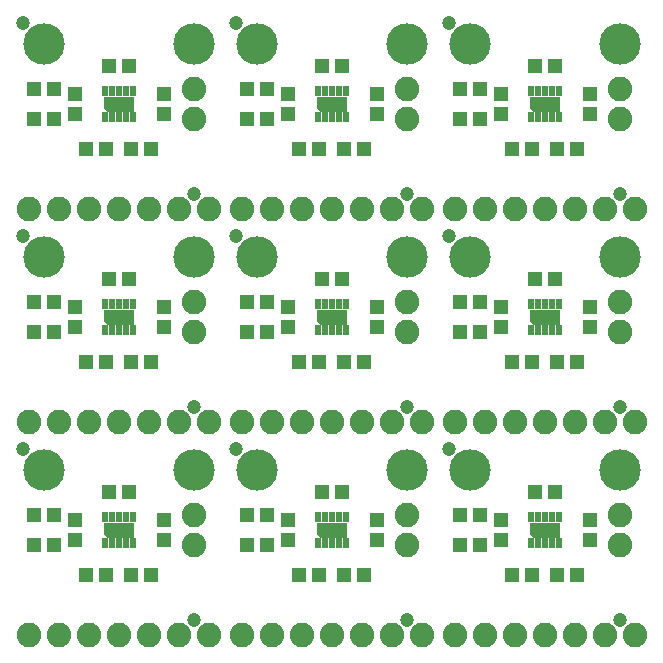
<source format=gts>
G75*
%MOIN*%
%OFA0B0*%
%FSLAX25Y25*%
%IPPOS*%
%LPD*%
%AMOC8*
5,1,8,0,0,1.08239X$1,22.5*
%
%ADD10C,0.08200*%
%ADD11R,0.05131X0.04737*%
%ADD12R,0.04737X0.05131*%
%ADD13C,0.13800*%
%ADD14C,0.04737*%
%ADD15R,0.02375X0.03556*%
%ADD16C,0.00197*%
D10*
X0007250Y0010060D03*
X0017250Y0010060D03*
X0027250Y0010060D03*
X0037250Y0010060D03*
X0047250Y0010060D03*
X0057250Y0010060D03*
X0067250Y0010060D03*
X0078250Y0010060D03*
X0088250Y0010060D03*
X0098250Y0010060D03*
X0108250Y0010060D03*
X0118250Y0010060D03*
X0128250Y0010060D03*
X0138250Y0010060D03*
X0149250Y0010060D03*
X0159250Y0010060D03*
X0169250Y0010060D03*
X0179250Y0010060D03*
X0189250Y0010060D03*
X0199250Y0010060D03*
X0209250Y0010060D03*
X0204250Y0040060D03*
X0204250Y0050060D03*
X0199250Y0081060D03*
X0189250Y0081060D03*
X0179250Y0081060D03*
X0169250Y0081060D03*
X0159250Y0081060D03*
X0149250Y0081060D03*
X0138250Y0081060D03*
X0128250Y0081060D03*
X0118250Y0081060D03*
X0108250Y0081060D03*
X0098250Y0081060D03*
X0088250Y0081060D03*
X0078250Y0081060D03*
X0067250Y0081060D03*
X0057250Y0081060D03*
X0047250Y0081060D03*
X0037250Y0081060D03*
X0027250Y0081060D03*
X0017250Y0081060D03*
X0007250Y0081060D03*
X0062250Y0111060D03*
X0062250Y0121060D03*
X0057250Y0152060D03*
X0067250Y0152060D03*
X0078250Y0152060D03*
X0088250Y0152060D03*
X0098250Y0152060D03*
X0108250Y0152060D03*
X0118250Y0152060D03*
X0128250Y0152060D03*
X0138250Y0152060D03*
X0149250Y0152060D03*
X0159250Y0152060D03*
X0169250Y0152060D03*
X0179250Y0152060D03*
X0189250Y0152060D03*
X0199250Y0152060D03*
X0209250Y0152060D03*
X0204250Y0182060D03*
X0204250Y0192060D03*
X0204250Y0121060D03*
X0204250Y0111060D03*
X0209250Y0081060D03*
X0133250Y0111060D03*
X0133250Y0121060D03*
X0133250Y0182060D03*
X0133250Y0192060D03*
X0062250Y0192060D03*
X0062250Y0182060D03*
X0047250Y0152060D03*
X0037250Y0152060D03*
X0027250Y0152060D03*
X0017250Y0152060D03*
X0007250Y0152060D03*
X0062250Y0050060D03*
X0062250Y0040060D03*
X0133250Y0040060D03*
X0133250Y0050060D03*
D11*
X0150904Y0050060D03*
X0157596Y0050060D03*
X0157596Y0040060D03*
X0150904Y0040060D03*
X0168404Y0030060D03*
X0175096Y0030060D03*
X0183404Y0030060D03*
X0190096Y0030060D03*
X0182596Y0057560D03*
X0175904Y0057560D03*
X0175096Y0101060D03*
X0168404Y0101060D03*
X0157596Y0111060D03*
X0150904Y0111060D03*
X0150904Y0121060D03*
X0157596Y0121060D03*
X0175904Y0128560D03*
X0182596Y0128560D03*
X0183404Y0101060D03*
X0190096Y0101060D03*
X0190096Y0172060D03*
X0183404Y0172060D03*
X0175096Y0172060D03*
X0168404Y0172060D03*
X0157596Y0182060D03*
X0150904Y0182060D03*
X0150904Y0192060D03*
X0157596Y0192060D03*
X0175904Y0199560D03*
X0182596Y0199560D03*
X0119096Y0172060D03*
X0112404Y0172060D03*
X0104096Y0172060D03*
X0097404Y0172060D03*
X0086596Y0182060D03*
X0079904Y0182060D03*
X0079904Y0192060D03*
X0086596Y0192060D03*
X0104904Y0199560D03*
X0111596Y0199560D03*
X0048096Y0172060D03*
X0041404Y0172060D03*
X0033096Y0172060D03*
X0026404Y0172060D03*
X0015596Y0182060D03*
X0008904Y0182060D03*
X0008904Y0192060D03*
X0015596Y0192060D03*
X0033904Y0199560D03*
X0040596Y0199560D03*
X0040596Y0128560D03*
X0033904Y0128560D03*
X0015596Y0121060D03*
X0008904Y0121060D03*
X0008904Y0111060D03*
X0015596Y0111060D03*
X0026404Y0101060D03*
X0033096Y0101060D03*
X0041404Y0101060D03*
X0048096Y0101060D03*
X0079904Y0111060D03*
X0086596Y0111060D03*
X0086596Y0121060D03*
X0079904Y0121060D03*
X0097404Y0101060D03*
X0104096Y0101060D03*
X0112404Y0101060D03*
X0119096Y0101060D03*
X0111596Y0128560D03*
X0104904Y0128560D03*
X0104904Y0057560D03*
X0111596Y0057560D03*
X0086596Y0050060D03*
X0079904Y0050060D03*
X0079904Y0040060D03*
X0086596Y0040060D03*
X0097404Y0030060D03*
X0104096Y0030060D03*
X0112404Y0030060D03*
X0119096Y0030060D03*
X0048096Y0030060D03*
X0041404Y0030060D03*
X0033096Y0030060D03*
X0026404Y0030060D03*
X0015596Y0040060D03*
X0008904Y0040060D03*
X0008904Y0050060D03*
X0015596Y0050060D03*
X0033904Y0057560D03*
X0040596Y0057560D03*
D12*
X0052250Y0048406D03*
X0052250Y0041714D03*
X0022750Y0041714D03*
X0022750Y0048406D03*
X0022750Y0112714D03*
X0022750Y0119406D03*
X0052250Y0119406D03*
X0052250Y0112714D03*
X0093750Y0112714D03*
X0093750Y0119406D03*
X0123250Y0119406D03*
X0123250Y0112714D03*
X0164750Y0112714D03*
X0164750Y0119406D03*
X0194250Y0119406D03*
X0194250Y0112714D03*
X0194250Y0048406D03*
X0194250Y0041714D03*
X0164750Y0041714D03*
X0164750Y0048406D03*
X0123250Y0048406D03*
X0123250Y0041714D03*
X0093750Y0041714D03*
X0093750Y0048406D03*
X0093750Y0183714D03*
X0093750Y0190406D03*
X0123250Y0190406D03*
X0123250Y0183714D03*
X0164750Y0183714D03*
X0164750Y0190406D03*
X0194250Y0190406D03*
X0194250Y0183714D03*
X0052250Y0183714D03*
X0052250Y0190406D03*
X0022750Y0190406D03*
X0022750Y0183714D03*
D13*
X0012250Y0207060D03*
X0062250Y0207060D03*
X0083250Y0207060D03*
X0133250Y0207060D03*
X0154250Y0207060D03*
X0204250Y0207060D03*
X0204250Y0136060D03*
X0154250Y0136060D03*
X0133250Y0136060D03*
X0083250Y0136060D03*
X0062250Y0136060D03*
X0012250Y0136060D03*
X0012250Y0065060D03*
X0062250Y0065060D03*
X0083250Y0065060D03*
X0133250Y0065060D03*
X0154250Y0065060D03*
X0204250Y0065060D03*
D14*
X0204250Y0086060D03*
X0147250Y0072060D03*
X0133250Y0086060D03*
X0147250Y0143060D03*
X0133250Y0157060D03*
X0147250Y0214060D03*
X0204250Y0157060D03*
X0076250Y0143060D03*
X0062250Y0157060D03*
X0076250Y0214060D03*
X0005250Y0214060D03*
X0005250Y0143060D03*
X0062250Y0086060D03*
X0076250Y0072060D03*
X0062250Y0015060D03*
X0005250Y0072060D03*
X0133250Y0015060D03*
X0204250Y0015060D03*
D15*
X0183974Y0040729D03*
X0181612Y0040729D03*
X0179250Y0040729D03*
X0176888Y0040729D03*
X0174526Y0040729D03*
X0174526Y0049391D03*
X0176888Y0049391D03*
X0179250Y0049391D03*
X0181612Y0049391D03*
X0183974Y0049391D03*
X0183974Y0111729D03*
X0181612Y0111729D03*
X0179250Y0111729D03*
X0176888Y0111729D03*
X0174526Y0111729D03*
X0174526Y0120391D03*
X0176888Y0120391D03*
X0179250Y0120391D03*
X0181612Y0120391D03*
X0183974Y0120391D03*
X0183974Y0182729D03*
X0181612Y0182729D03*
X0179250Y0182729D03*
X0176888Y0182729D03*
X0174526Y0182729D03*
X0174526Y0191391D03*
X0176888Y0191391D03*
X0179250Y0191391D03*
X0181612Y0191391D03*
X0183974Y0191391D03*
X0112974Y0191391D03*
X0110612Y0191391D03*
X0108250Y0191391D03*
X0105888Y0191391D03*
X0103526Y0191391D03*
X0103526Y0182729D03*
X0105888Y0182729D03*
X0108250Y0182729D03*
X0110612Y0182729D03*
X0112974Y0182729D03*
X0112974Y0120391D03*
X0110612Y0120391D03*
X0108250Y0120391D03*
X0105888Y0120391D03*
X0103526Y0120391D03*
X0103526Y0111729D03*
X0105888Y0111729D03*
X0108250Y0111729D03*
X0110612Y0111729D03*
X0112974Y0111729D03*
X0112974Y0049391D03*
X0110612Y0049391D03*
X0108250Y0049391D03*
X0105888Y0049391D03*
X0103526Y0049391D03*
X0103526Y0040729D03*
X0105888Y0040729D03*
X0108250Y0040729D03*
X0110612Y0040729D03*
X0112974Y0040729D03*
X0041974Y0040729D03*
X0039612Y0040729D03*
X0037250Y0040729D03*
X0034888Y0040729D03*
X0032526Y0040729D03*
X0032526Y0049391D03*
X0034888Y0049391D03*
X0037250Y0049391D03*
X0039612Y0049391D03*
X0041974Y0049391D03*
X0041974Y0111729D03*
X0039612Y0111729D03*
X0037250Y0111729D03*
X0034888Y0111729D03*
X0032526Y0111729D03*
X0032526Y0120391D03*
X0034888Y0120391D03*
X0037250Y0120391D03*
X0039612Y0120391D03*
X0041974Y0120391D03*
X0041974Y0182729D03*
X0039612Y0182729D03*
X0037250Y0182729D03*
X0034888Y0182729D03*
X0032526Y0182729D03*
X0032526Y0191391D03*
X0034888Y0191391D03*
X0037250Y0191391D03*
X0039612Y0191391D03*
X0041974Y0191391D03*
D16*
X0042073Y0189521D02*
X0042073Y0184599D01*
X0033510Y0184599D01*
X0032427Y0185682D01*
X0032427Y0189521D01*
X0042073Y0189521D01*
X0042073Y0189481D02*
X0032427Y0189481D01*
X0032427Y0189286D02*
X0042073Y0189286D01*
X0042073Y0189091D02*
X0032427Y0189091D01*
X0032427Y0188895D02*
X0042073Y0188895D01*
X0042073Y0188700D02*
X0032427Y0188700D01*
X0032427Y0188505D02*
X0042073Y0188505D01*
X0042073Y0188309D02*
X0032427Y0188309D01*
X0032427Y0188114D02*
X0042073Y0188114D01*
X0042073Y0187919D02*
X0032427Y0187919D01*
X0032427Y0187723D02*
X0042073Y0187723D01*
X0042073Y0187528D02*
X0032427Y0187528D01*
X0032427Y0187332D02*
X0042073Y0187332D01*
X0042073Y0187137D02*
X0032427Y0187137D01*
X0032427Y0186942D02*
X0042073Y0186942D01*
X0042073Y0186746D02*
X0032427Y0186746D01*
X0032427Y0186551D02*
X0042073Y0186551D01*
X0042073Y0186356D02*
X0032427Y0186356D01*
X0032427Y0186160D02*
X0042073Y0186160D01*
X0042073Y0185965D02*
X0032427Y0185965D01*
X0032427Y0185770D02*
X0042073Y0185770D01*
X0042073Y0185574D02*
X0032535Y0185574D01*
X0032730Y0185379D02*
X0042073Y0185379D01*
X0042073Y0185183D02*
X0032926Y0185183D01*
X0033121Y0184988D02*
X0042073Y0184988D01*
X0042073Y0184793D02*
X0033316Y0184793D01*
X0032427Y0118521D02*
X0042073Y0118521D01*
X0042073Y0113599D01*
X0033510Y0113599D01*
X0032427Y0114682D01*
X0032427Y0118521D01*
X0032427Y0118370D02*
X0042073Y0118370D01*
X0042073Y0118174D02*
X0032427Y0118174D01*
X0032427Y0117979D02*
X0042073Y0117979D01*
X0042073Y0117784D02*
X0032427Y0117784D01*
X0032427Y0117588D02*
X0042073Y0117588D01*
X0042073Y0117393D02*
X0032427Y0117393D01*
X0032427Y0117198D02*
X0042073Y0117198D01*
X0042073Y0117002D02*
X0032427Y0117002D01*
X0032427Y0116807D02*
X0042073Y0116807D01*
X0042073Y0116612D02*
X0032427Y0116612D01*
X0032427Y0116416D02*
X0042073Y0116416D01*
X0042073Y0116221D02*
X0032427Y0116221D01*
X0032427Y0116025D02*
X0042073Y0116025D01*
X0042073Y0115830D02*
X0032427Y0115830D01*
X0032427Y0115635D02*
X0042073Y0115635D01*
X0042073Y0115439D02*
X0032427Y0115439D01*
X0032427Y0115244D02*
X0042073Y0115244D01*
X0042073Y0115049D02*
X0032427Y0115049D01*
X0032427Y0114853D02*
X0042073Y0114853D01*
X0042073Y0114658D02*
X0032451Y0114658D01*
X0032647Y0114463D02*
X0042073Y0114463D01*
X0042073Y0114267D02*
X0032842Y0114267D01*
X0033037Y0114072D02*
X0042073Y0114072D01*
X0042073Y0113876D02*
X0033233Y0113876D01*
X0033428Y0113681D02*
X0042073Y0113681D01*
X0103427Y0114682D02*
X0103427Y0118521D01*
X0113073Y0118521D01*
X0113073Y0113599D01*
X0104510Y0113599D01*
X0103427Y0114682D01*
X0103451Y0114658D02*
X0113073Y0114658D01*
X0113073Y0114853D02*
X0103427Y0114853D01*
X0103427Y0115049D02*
X0113073Y0115049D01*
X0113073Y0115244D02*
X0103427Y0115244D01*
X0103427Y0115439D02*
X0113073Y0115439D01*
X0113073Y0115635D02*
X0103427Y0115635D01*
X0103427Y0115830D02*
X0113073Y0115830D01*
X0113073Y0116025D02*
X0103427Y0116025D01*
X0103427Y0116221D02*
X0113073Y0116221D01*
X0113073Y0116416D02*
X0103427Y0116416D01*
X0103427Y0116612D02*
X0113073Y0116612D01*
X0113073Y0116807D02*
X0103427Y0116807D01*
X0103427Y0117002D02*
X0113073Y0117002D01*
X0113073Y0117198D02*
X0103427Y0117198D01*
X0103427Y0117393D02*
X0113073Y0117393D01*
X0113073Y0117588D02*
X0103427Y0117588D01*
X0103427Y0117784D02*
X0113073Y0117784D01*
X0113073Y0117979D02*
X0103427Y0117979D01*
X0103427Y0118174D02*
X0113073Y0118174D01*
X0113073Y0118370D02*
X0103427Y0118370D01*
X0103647Y0114463D02*
X0113073Y0114463D01*
X0113073Y0114267D02*
X0103842Y0114267D01*
X0104037Y0114072D02*
X0113073Y0114072D01*
X0113073Y0113876D02*
X0104233Y0113876D01*
X0104428Y0113681D02*
X0113073Y0113681D01*
X0174427Y0114682D02*
X0175510Y0113599D01*
X0184073Y0113599D01*
X0184073Y0118521D01*
X0174427Y0118521D01*
X0174427Y0114682D01*
X0174451Y0114658D02*
X0184073Y0114658D01*
X0184073Y0114853D02*
X0174427Y0114853D01*
X0174427Y0115049D02*
X0184073Y0115049D01*
X0184073Y0115244D02*
X0174427Y0115244D01*
X0174427Y0115439D02*
X0184073Y0115439D01*
X0184073Y0115635D02*
X0174427Y0115635D01*
X0174427Y0115830D02*
X0184073Y0115830D01*
X0184073Y0116025D02*
X0174427Y0116025D01*
X0174427Y0116221D02*
X0184073Y0116221D01*
X0184073Y0116416D02*
X0174427Y0116416D01*
X0174427Y0116612D02*
X0184073Y0116612D01*
X0184073Y0116807D02*
X0174427Y0116807D01*
X0174427Y0117002D02*
X0184073Y0117002D01*
X0184073Y0117198D02*
X0174427Y0117198D01*
X0174427Y0117393D02*
X0184073Y0117393D01*
X0184073Y0117588D02*
X0174427Y0117588D01*
X0174427Y0117784D02*
X0184073Y0117784D01*
X0184073Y0117979D02*
X0174427Y0117979D01*
X0174427Y0118174D02*
X0184073Y0118174D01*
X0184073Y0118370D02*
X0174427Y0118370D01*
X0174647Y0114463D02*
X0184073Y0114463D01*
X0184073Y0114267D02*
X0174842Y0114267D01*
X0175037Y0114072D02*
X0184073Y0114072D01*
X0184073Y0113876D02*
X0175233Y0113876D01*
X0175428Y0113681D02*
X0184073Y0113681D01*
X0184073Y0047521D02*
X0174427Y0047521D01*
X0174427Y0043682D01*
X0175510Y0042599D01*
X0184073Y0042599D01*
X0184073Y0047521D01*
X0184073Y0047453D02*
X0174427Y0047453D01*
X0174427Y0047258D02*
X0184073Y0047258D01*
X0184073Y0047063D02*
X0174427Y0047063D01*
X0174427Y0046867D02*
X0184073Y0046867D01*
X0184073Y0046672D02*
X0174427Y0046672D01*
X0174427Y0046477D02*
X0184073Y0046477D01*
X0184073Y0046281D02*
X0174427Y0046281D01*
X0174427Y0046086D02*
X0184073Y0046086D01*
X0184073Y0045891D02*
X0174427Y0045891D01*
X0174427Y0045695D02*
X0184073Y0045695D01*
X0184073Y0045500D02*
X0174427Y0045500D01*
X0174427Y0045305D02*
X0184073Y0045305D01*
X0184073Y0045109D02*
X0174427Y0045109D01*
X0174427Y0044914D02*
X0184073Y0044914D01*
X0184073Y0044718D02*
X0174427Y0044718D01*
X0174427Y0044523D02*
X0184073Y0044523D01*
X0184073Y0044328D02*
X0174427Y0044328D01*
X0174427Y0044132D02*
X0184073Y0044132D01*
X0184073Y0043937D02*
X0174427Y0043937D01*
X0174427Y0043742D02*
X0184073Y0043742D01*
X0184073Y0043546D02*
X0174563Y0043546D01*
X0174758Y0043351D02*
X0184073Y0043351D01*
X0184073Y0043156D02*
X0174954Y0043156D01*
X0175149Y0042960D02*
X0184073Y0042960D01*
X0184073Y0042765D02*
X0175344Y0042765D01*
X0113073Y0042765D02*
X0104344Y0042765D01*
X0104510Y0042599D02*
X0103427Y0043682D01*
X0103427Y0047521D01*
X0113073Y0047521D01*
X0113073Y0042599D01*
X0104510Y0042599D01*
X0104149Y0042960D02*
X0113073Y0042960D01*
X0113073Y0043156D02*
X0103954Y0043156D01*
X0103758Y0043351D02*
X0113073Y0043351D01*
X0113073Y0043546D02*
X0103563Y0043546D01*
X0103427Y0043742D02*
X0113073Y0043742D01*
X0113073Y0043937D02*
X0103427Y0043937D01*
X0103427Y0044132D02*
X0113073Y0044132D01*
X0113073Y0044328D02*
X0103427Y0044328D01*
X0103427Y0044523D02*
X0113073Y0044523D01*
X0113073Y0044718D02*
X0103427Y0044718D01*
X0103427Y0044914D02*
X0113073Y0044914D01*
X0113073Y0045109D02*
X0103427Y0045109D01*
X0103427Y0045305D02*
X0113073Y0045305D01*
X0113073Y0045500D02*
X0103427Y0045500D01*
X0103427Y0045695D02*
X0113073Y0045695D01*
X0113073Y0045891D02*
X0103427Y0045891D01*
X0103427Y0046086D02*
X0113073Y0046086D01*
X0113073Y0046281D02*
X0103427Y0046281D01*
X0103427Y0046477D02*
X0113073Y0046477D01*
X0113073Y0046672D02*
X0103427Y0046672D01*
X0103427Y0046867D02*
X0113073Y0046867D01*
X0113073Y0047063D02*
X0103427Y0047063D01*
X0103427Y0047258D02*
X0113073Y0047258D01*
X0113073Y0047453D02*
X0103427Y0047453D01*
X0042073Y0047453D02*
X0032427Y0047453D01*
X0032427Y0047521D02*
X0042073Y0047521D01*
X0042073Y0042599D01*
X0033510Y0042599D01*
X0032427Y0043682D01*
X0032427Y0047521D01*
X0032427Y0047258D02*
X0042073Y0047258D01*
X0042073Y0047063D02*
X0032427Y0047063D01*
X0032427Y0046867D02*
X0042073Y0046867D01*
X0042073Y0046672D02*
X0032427Y0046672D01*
X0032427Y0046477D02*
X0042073Y0046477D01*
X0042073Y0046281D02*
X0032427Y0046281D01*
X0032427Y0046086D02*
X0042073Y0046086D01*
X0042073Y0045891D02*
X0032427Y0045891D01*
X0032427Y0045695D02*
X0042073Y0045695D01*
X0042073Y0045500D02*
X0032427Y0045500D01*
X0032427Y0045305D02*
X0042073Y0045305D01*
X0042073Y0045109D02*
X0032427Y0045109D01*
X0032427Y0044914D02*
X0042073Y0044914D01*
X0042073Y0044718D02*
X0032427Y0044718D01*
X0032427Y0044523D02*
X0042073Y0044523D01*
X0042073Y0044328D02*
X0032427Y0044328D01*
X0032427Y0044132D02*
X0042073Y0044132D01*
X0042073Y0043937D02*
X0032427Y0043937D01*
X0032427Y0043742D02*
X0042073Y0043742D01*
X0042073Y0043546D02*
X0032563Y0043546D01*
X0032758Y0043351D02*
X0042073Y0043351D01*
X0042073Y0043156D02*
X0032954Y0043156D01*
X0033149Y0042960D02*
X0042073Y0042960D01*
X0042073Y0042765D02*
X0033344Y0042765D01*
X0104510Y0184599D02*
X0103427Y0185682D01*
X0103427Y0189521D01*
X0113073Y0189521D01*
X0113073Y0184599D01*
X0104510Y0184599D01*
X0104316Y0184793D02*
X0113073Y0184793D01*
X0113073Y0184988D02*
X0104121Y0184988D01*
X0103926Y0185183D02*
X0113073Y0185183D01*
X0113073Y0185379D02*
X0103730Y0185379D01*
X0103535Y0185574D02*
X0113073Y0185574D01*
X0113073Y0185770D02*
X0103427Y0185770D01*
X0103427Y0185965D02*
X0113073Y0185965D01*
X0113073Y0186160D02*
X0103427Y0186160D01*
X0103427Y0186356D02*
X0113073Y0186356D01*
X0113073Y0186551D02*
X0103427Y0186551D01*
X0103427Y0186746D02*
X0113073Y0186746D01*
X0113073Y0186942D02*
X0103427Y0186942D01*
X0103427Y0187137D02*
X0113073Y0187137D01*
X0113073Y0187332D02*
X0103427Y0187332D01*
X0103427Y0187528D02*
X0113073Y0187528D01*
X0113073Y0187723D02*
X0103427Y0187723D01*
X0103427Y0187919D02*
X0113073Y0187919D01*
X0113073Y0188114D02*
X0103427Y0188114D01*
X0103427Y0188309D02*
X0113073Y0188309D01*
X0113073Y0188505D02*
X0103427Y0188505D01*
X0103427Y0188700D02*
X0113073Y0188700D01*
X0113073Y0188895D02*
X0103427Y0188895D01*
X0103427Y0189091D02*
X0113073Y0189091D01*
X0113073Y0189286D02*
X0103427Y0189286D01*
X0103427Y0189481D02*
X0113073Y0189481D01*
X0174427Y0189481D02*
X0184073Y0189481D01*
X0184073Y0189521D02*
X0184073Y0184599D01*
X0175510Y0184599D01*
X0174427Y0185682D01*
X0174427Y0189521D01*
X0184073Y0189521D01*
X0184073Y0189286D02*
X0174427Y0189286D01*
X0174427Y0189091D02*
X0184073Y0189091D01*
X0184073Y0188895D02*
X0174427Y0188895D01*
X0174427Y0188700D02*
X0184073Y0188700D01*
X0184073Y0188505D02*
X0174427Y0188505D01*
X0174427Y0188309D02*
X0184073Y0188309D01*
X0184073Y0188114D02*
X0174427Y0188114D01*
X0174427Y0187919D02*
X0184073Y0187919D01*
X0184073Y0187723D02*
X0174427Y0187723D01*
X0174427Y0187528D02*
X0184073Y0187528D01*
X0184073Y0187332D02*
X0174427Y0187332D01*
X0174427Y0187137D02*
X0184073Y0187137D01*
X0184073Y0186942D02*
X0174427Y0186942D01*
X0174427Y0186746D02*
X0184073Y0186746D01*
X0184073Y0186551D02*
X0174427Y0186551D01*
X0174427Y0186356D02*
X0184073Y0186356D01*
X0184073Y0186160D02*
X0174427Y0186160D01*
X0174427Y0185965D02*
X0184073Y0185965D01*
X0184073Y0185770D02*
X0174427Y0185770D01*
X0174535Y0185574D02*
X0184073Y0185574D01*
X0184073Y0185379D02*
X0174730Y0185379D01*
X0174926Y0185183D02*
X0184073Y0185183D01*
X0184073Y0184988D02*
X0175121Y0184988D01*
X0175316Y0184793D02*
X0184073Y0184793D01*
M02*

</source>
